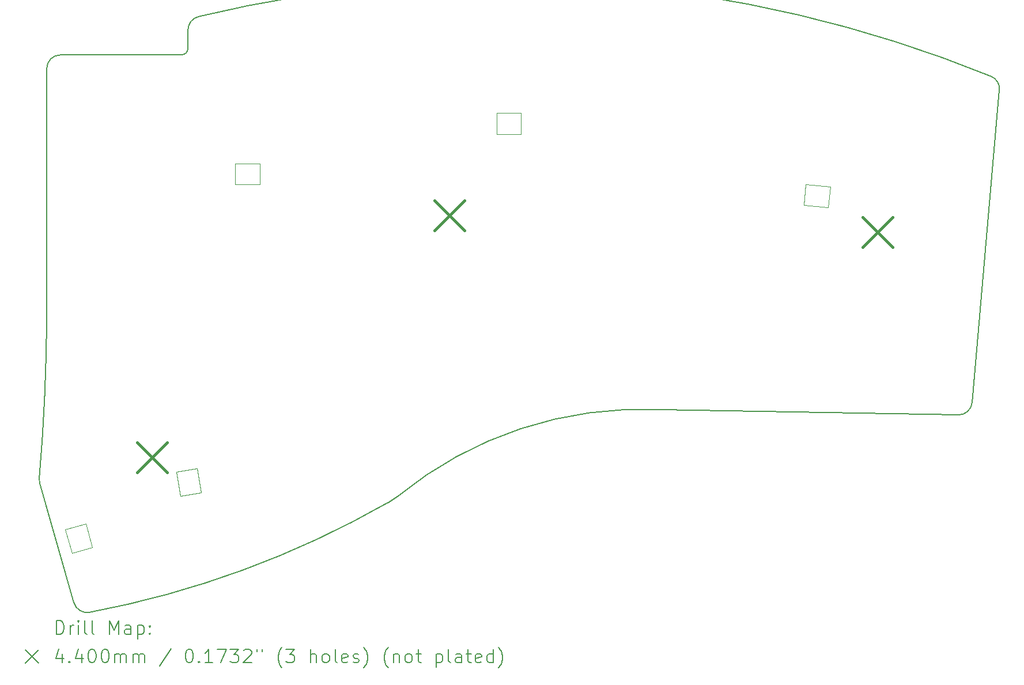
<source format=gbr>
%TF.GenerationSoftware,KiCad,Pcbnew,8.0.4*%
%TF.CreationDate,2024-08-08T10:27:54+04:00*%
%TF.ProjectId,ouleetka,6f756c65-6574-46b6-912e-6b696361645f,0.1*%
%TF.SameCoordinates,Original*%
%TF.FileFunction,Drillmap*%
%TF.FilePolarity,Positive*%
%FSLAX45Y45*%
G04 Gerber Fmt 4.5, Leading zero omitted, Abs format (unit mm)*
G04 Created by KiCad (PCBNEW 8.0.4) date 2024-08-08 10:27:54*
%MOMM*%
%LPD*%
G01*
G04 APERTURE LIST*
%ADD10C,0.150000*%
%ADD11C,0.120000*%
%ADD12C,0.200000*%
%ADD13C,0.440000*%
G04 APERTURE END LIST*
D10*
X12058186Y-12631173D02*
G75*
G02*
X12051331Y-12635268I-105946J169553D01*
G01*
X21047194Y-6567488D02*
X20645572Y-11158043D01*
X7677918Y-14241636D02*
G75*
G02*
X7448798Y-14100190I-36878J196556D01*
G01*
X12051331Y-12635268D02*
G75*
G02*
X7677918Y-14241636I-6963831J12202768D01*
G01*
X7049834Y-9799833D02*
G75*
G02*
X7050000Y-9795921I50026J-167D01*
G01*
X12209981Y-12534417D02*
G75*
G02*
X12189327Y-12549227I-126631J154787D01*
G01*
X9125000Y-5950000D02*
G75*
G02*
X9025000Y-6050000I-100000J0D01*
G01*
X12189327Y-12549227D02*
X12058186Y-12631173D01*
X7049834Y-9799833D02*
G75*
G02*
X6939113Y-12274847I-29949776J99830D01*
G01*
X9125000Y-5681225D02*
G75*
G02*
X9278182Y-5486779I200010J-5D01*
G01*
X20645569Y-11158075D02*
G75*
G02*
X20442840Y-11340620I-199249J17435D01*
G01*
X9278183Y-5486782D02*
G75*
G02*
X20923401Y-6364787I4459317J-18520718D01*
G01*
X20442840Y-11340613D02*
X16064210Y-11264184D01*
X9025000Y-6050000D02*
X7250000Y-6050000D01*
X20923401Y-6364787D02*
G75*
G02*
X21047196Y-6567443I-75441J-185223D01*
G01*
X9125000Y-5950000D02*
X9125000Y-5681257D01*
X6946120Y-12347169D02*
X7448783Y-14100162D01*
X6946110Y-12347133D02*
G75*
G02*
X6939112Y-12274847I192240J55094D01*
G01*
X16064210Y-11264184D02*
G75*
G02*
X16058121Y-11263985I3500J200294D01*
G01*
X7050000Y-9795921D02*
X7050000Y-6250000D01*
X7050000Y-6250000D02*
G75*
G02*
X7250000Y-6050000I200000J0D01*
G01*
X12209981Y-12534417D02*
G75*
G02*
X16058090Y-11263983I3577519J-4373083D01*
G01*
D11*
X7720479Y-13288122D02*
X7422488Y-13373570D01*
X7323259Y-13027515D01*
X7621250Y-12942068D01*
X7720479Y-13288122D01*
X9318356Y-12483038D02*
X9012172Y-12531533D01*
X8955856Y-12175965D01*
X9262039Y-12127470D01*
X9318356Y-12483038D01*
X13657500Y-6902500D02*
X14017500Y-6902500D01*
X14017500Y-7212500D01*
X13657500Y-7212500D01*
X13657500Y-6902500D01*
X18559340Y-7983196D02*
X18532321Y-8292016D01*
X18173691Y-8260640D01*
X18200709Y-7951820D01*
X18559340Y-7983196D01*
X9820000Y-7645000D02*
X10180000Y-7645000D01*
X10180000Y-7955000D01*
X9820000Y-7955000D01*
X9820000Y-7645000D01*
D12*
D13*
X8380000Y-11747500D02*
X8820000Y-12187500D01*
X8820000Y-11747500D02*
X8380000Y-12187500D01*
X12742500Y-8187500D02*
X13182500Y-8627500D01*
X13182500Y-8187500D02*
X12742500Y-8627500D01*
X19037442Y-8431583D02*
X19477442Y-8871583D01*
X19477442Y-8431583D02*
X19037442Y-8871583D01*
D12*
X7191648Y-14564049D02*
X7191648Y-14364049D01*
X7191648Y-14364049D02*
X7239267Y-14364049D01*
X7239267Y-14364049D02*
X7267839Y-14373573D01*
X7267839Y-14373573D02*
X7286886Y-14392621D01*
X7286886Y-14392621D02*
X7296410Y-14411668D01*
X7296410Y-14411668D02*
X7305934Y-14449764D01*
X7305934Y-14449764D02*
X7305934Y-14478335D01*
X7305934Y-14478335D02*
X7296410Y-14516430D01*
X7296410Y-14516430D02*
X7286886Y-14535478D01*
X7286886Y-14535478D02*
X7267839Y-14554526D01*
X7267839Y-14554526D02*
X7239267Y-14564049D01*
X7239267Y-14564049D02*
X7191648Y-14564049D01*
X7391648Y-14564049D02*
X7391648Y-14430716D01*
X7391648Y-14468811D02*
X7401172Y-14449764D01*
X7401172Y-14449764D02*
X7410696Y-14440240D01*
X7410696Y-14440240D02*
X7429743Y-14430716D01*
X7429743Y-14430716D02*
X7448791Y-14430716D01*
X7515458Y-14564049D02*
X7515458Y-14430716D01*
X7515458Y-14364049D02*
X7505934Y-14373573D01*
X7505934Y-14373573D02*
X7515458Y-14383097D01*
X7515458Y-14383097D02*
X7524981Y-14373573D01*
X7524981Y-14373573D02*
X7515458Y-14364049D01*
X7515458Y-14364049D02*
X7515458Y-14383097D01*
X7639267Y-14564049D02*
X7620219Y-14554526D01*
X7620219Y-14554526D02*
X7610696Y-14535478D01*
X7610696Y-14535478D02*
X7610696Y-14364049D01*
X7744029Y-14564049D02*
X7724981Y-14554526D01*
X7724981Y-14554526D02*
X7715458Y-14535478D01*
X7715458Y-14535478D02*
X7715458Y-14364049D01*
X7972600Y-14564049D02*
X7972600Y-14364049D01*
X7972600Y-14364049D02*
X8039267Y-14506906D01*
X8039267Y-14506906D02*
X8105934Y-14364049D01*
X8105934Y-14364049D02*
X8105934Y-14564049D01*
X8286886Y-14564049D02*
X8286886Y-14459287D01*
X8286886Y-14459287D02*
X8277362Y-14440240D01*
X8277362Y-14440240D02*
X8258315Y-14430716D01*
X8258315Y-14430716D02*
X8220219Y-14430716D01*
X8220219Y-14430716D02*
X8201172Y-14440240D01*
X8286886Y-14554526D02*
X8267839Y-14564049D01*
X8267839Y-14564049D02*
X8220219Y-14564049D01*
X8220219Y-14564049D02*
X8201172Y-14554526D01*
X8201172Y-14554526D02*
X8191648Y-14535478D01*
X8191648Y-14535478D02*
X8191648Y-14516430D01*
X8191648Y-14516430D02*
X8201172Y-14497383D01*
X8201172Y-14497383D02*
X8220219Y-14487859D01*
X8220219Y-14487859D02*
X8267839Y-14487859D01*
X8267839Y-14487859D02*
X8286886Y-14478335D01*
X8382124Y-14430716D02*
X8382124Y-14630716D01*
X8382124Y-14440240D02*
X8401172Y-14430716D01*
X8401172Y-14430716D02*
X8439267Y-14430716D01*
X8439267Y-14430716D02*
X8458315Y-14440240D01*
X8458315Y-14440240D02*
X8467839Y-14449764D01*
X8467839Y-14449764D02*
X8477362Y-14468811D01*
X8477362Y-14468811D02*
X8477362Y-14525954D01*
X8477362Y-14525954D02*
X8467839Y-14545002D01*
X8467839Y-14545002D02*
X8458315Y-14554526D01*
X8458315Y-14554526D02*
X8439267Y-14564049D01*
X8439267Y-14564049D02*
X8401172Y-14564049D01*
X8401172Y-14564049D02*
X8382124Y-14554526D01*
X8563077Y-14545002D02*
X8572601Y-14554526D01*
X8572601Y-14554526D02*
X8563077Y-14564049D01*
X8563077Y-14564049D02*
X8553553Y-14554526D01*
X8553553Y-14554526D02*
X8563077Y-14545002D01*
X8563077Y-14545002D02*
X8563077Y-14564049D01*
X8563077Y-14440240D02*
X8572601Y-14449764D01*
X8572601Y-14449764D02*
X8563077Y-14459287D01*
X8563077Y-14459287D02*
X8553553Y-14449764D01*
X8553553Y-14449764D02*
X8563077Y-14440240D01*
X8563077Y-14440240D02*
X8563077Y-14459287D01*
X6730871Y-14792566D02*
X6930871Y-14992566D01*
X6930871Y-14792566D02*
X6730871Y-14992566D01*
X7277362Y-14850716D02*
X7277362Y-14984049D01*
X7229743Y-14774526D02*
X7182124Y-14917383D01*
X7182124Y-14917383D02*
X7305934Y-14917383D01*
X7382124Y-14965002D02*
X7391648Y-14974526D01*
X7391648Y-14974526D02*
X7382124Y-14984049D01*
X7382124Y-14984049D02*
X7372600Y-14974526D01*
X7372600Y-14974526D02*
X7382124Y-14965002D01*
X7382124Y-14965002D02*
X7382124Y-14984049D01*
X7563077Y-14850716D02*
X7563077Y-14984049D01*
X7515458Y-14774526D02*
X7467839Y-14917383D01*
X7467839Y-14917383D02*
X7591648Y-14917383D01*
X7705934Y-14784049D02*
X7724981Y-14784049D01*
X7724981Y-14784049D02*
X7744029Y-14793573D01*
X7744029Y-14793573D02*
X7753553Y-14803097D01*
X7753553Y-14803097D02*
X7763077Y-14822145D01*
X7763077Y-14822145D02*
X7772600Y-14860240D01*
X7772600Y-14860240D02*
X7772600Y-14907859D01*
X7772600Y-14907859D02*
X7763077Y-14945954D01*
X7763077Y-14945954D02*
X7753553Y-14965002D01*
X7753553Y-14965002D02*
X7744029Y-14974526D01*
X7744029Y-14974526D02*
X7724981Y-14984049D01*
X7724981Y-14984049D02*
X7705934Y-14984049D01*
X7705934Y-14984049D02*
X7686886Y-14974526D01*
X7686886Y-14974526D02*
X7677362Y-14965002D01*
X7677362Y-14965002D02*
X7667839Y-14945954D01*
X7667839Y-14945954D02*
X7658315Y-14907859D01*
X7658315Y-14907859D02*
X7658315Y-14860240D01*
X7658315Y-14860240D02*
X7667839Y-14822145D01*
X7667839Y-14822145D02*
X7677362Y-14803097D01*
X7677362Y-14803097D02*
X7686886Y-14793573D01*
X7686886Y-14793573D02*
X7705934Y-14784049D01*
X7896410Y-14784049D02*
X7915458Y-14784049D01*
X7915458Y-14784049D02*
X7934505Y-14793573D01*
X7934505Y-14793573D02*
X7944029Y-14803097D01*
X7944029Y-14803097D02*
X7953553Y-14822145D01*
X7953553Y-14822145D02*
X7963077Y-14860240D01*
X7963077Y-14860240D02*
X7963077Y-14907859D01*
X7963077Y-14907859D02*
X7953553Y-14945954D01*
X7953553Y-14945954D02*
X7944029Y-14965002D01*
X7944029Y-14965002D02*
X7934505Y-14974526D01*
X7934505Y-14974526D02*
X7915458Y-14984049D01*
X7915458Y-14984049D02*
X7896410Y-14984049D01*
X7896410Y-14984049D02*
X7877362Y-14974526D01*
X7877362Y-14974526D02*
X7867839Y-14965002D01*
X7867839Y-14965002D02*
X7858315Y-14945954D01*
X7858315Y-14945954D02*
X7848791Y-14907859D01*
X7848791Y-14907859D02*
X7848791Y-14860240D01*
X7848791Y-14860240D02*
X7858315Y-14822145D01*
X7858315Y-14822145D02*
X7867839Y-14803097D01*
X7867839Y-14803097D02*
X7877362Y-14793573D01*
X7877362Y-14793573D02*
X7896410Y-14784049D01*
X8048791Y-14984049D02*
X8048791Y-14850716D01*
X8048791Y-14869764D02*
X8058315Y-14860240D01*
X8058315Y-14860240D02*
X8077362Y-14850716D01*
X8077362Y-14850716D02*
X8105934Y-14850716D01*
X8105934Y-14850716D02*
X8124981Y-14860240D01*
X8124981Y-14860240D02*
X8134505Y-14879287D01*
X8134505Y-14879287D02*
X8134505Y-14984049D01*
X8134505Y-14879287D02*
X8144029Y-14860240D01*
X8144029Y-14860240D02*
X8163077Y-14850716D01*
X8163077Y-14850716D02*
X8191648Y-14850716D01*
X8191648Y-14850716D02*
X8210696Y-14860240D01*
X8210696Y-14860240D02*
X8220220Y-14879287D01*
X8220220Y-14879287D02*
X8220220Y-14984049D01*
X8315458Y-14984049D02*
X8315458Y-14850716D01*
X8315458Y-14869764D02*
X8324981Y-14860240D01*
X8324981Y-14860240D02*
X8344029Y-14850716D01*
X8344029Y-14850716D02*
X8372601Y-14850716D01*
X8372601Y-14850716D02*
X8391648Y-14860240D01*
X8391648Y-14860240D02*
X8401172Y-14879287D01*
X8401172Y-14879287D02*
X8401172Y-14984049D01*
X8401172Y-14879287D02*
X8410696Y-14860240D01*
X8410696Y-14860240D02*
X8429743Y-14850716D01*
X8429743Y-14850716D02*
X8458315Y-14850716D01*
X8458315Y-14850716D02*
X8477363Y-14860240D01*
X8477363Y-14860240D02*
X8486886Y-14879287D01*
X8486886Y-14879287D02*
X8486886Y-14984049D01*
X8877363Y-14774526D02*
X8705934Y-15031668D01*
X9134505Y-14784049D02*
X9153553Y-14784049D01*
X9153553Y-14784049D02*
X9172601Y-14793573D01*
X9172601Y-14793573D02*
X9182125Y-14803097D01*
X9182125Y-14803097D02*
X9191648Y-14822145D01*
X9191648Y-14822145D02*
X9201172Y-14860240D01*
X9201172Y-14860240D02*
X9201172Y-14907859D01*
X9201172Y-14907859D02*
X9191648Y-14945954D01*
X9191648Y-14945954D02*
X9182125Y-14965002D01*
X9182125Y-14965002D02*
X9172601Y-14974526D01*
X9172601Y-14974526D02*
X9153553Y-14984049D01*
X9153553Y-14984049D02*
X9134505Y-14984049D01*
X9134505Y-14984049D02*
X9115458Y-14974526D01*
X9115458Y-14974526D02*
X9105934Y-14965002D01*
X9105934Y-14965002D02*
X9096410Y-14945954D01*
X9096410Y-14945954D02*
X9086886Y-14907859D01*
X9086886Y-14907859D02*
X9086886Y-14860240D01*
X9086886Y-14860240D02*
X9096410Y-14822145D01*
X9096410Y-14822145D02*
X9105934Y-14803097D01*
X9105934Y-14803097D02*
X9115458Y-14793573D01*
X9115458Y-14793573D02*
X9134505Y-14784049D01*
X9286886Y-14965002D02*
X9296410Y-14974526D01*
X9296410Y-14974526D02*
X9286886Y-14984049D01*
X9286886Y-14984049D02*
X9277363Y-14974526D01*
X9277363Y-14974526D02*
X9286886Y-14965002D01*
X9286886Y-14965002D02*
X9286886Y-14984049D01*
X9486886Y-14984049D02*
X9372601Y-14984049D01*
X9429744Y-14984049D02*
X9429744Y-14784049D01*
X9429744Y-14784049D02*
X9410696Y-14812621D01*
X9410696Y-14812621D02*
X9391648Y-14831668D01*
X9391648Y-14831668D02*
X9372601Y-14841192D01*
X9553553Y-14784049D02*
X9686886Y-14784049D01*
X9686886Y-14784049D02*
X9601172Y-14984049D01*
X9744029Y-14784049D02*
X9867839Y-14784049D01*
X9867839Y-14784049D02*
X9801172Y-14860240D01*
X9801172Y-14860240D02*
X9829744Y-14860240D01*
X9829744Y-14860240D02*
X9848791Y-14869764D01*
X9848791Y-14869764D02*
X9858315Y-14879287D01*
X9858315Y-14879287D02*
X9867839Y-14898335D01*
X9867839Y-14898335D02*
X9867839Y-14945954D01*
X9867839Y-14945954D02*
X9858315Y-14965002D01*
X9858315Y-14965002D02*
X9848791Y-14974526D01*
X9848791Y-14974526D02*
X9829744Y-14984049D01*
X9829744Y-14984049D02*
X9772601Y-14984049D01*
X9772601Y-14984049D02*
X9753553Y-14974526D01*
X9753553Y-14974526D02*
X9744029Y-14965002D01*
X9944029Y-14803097D02*
X9953553Y-14793573D01*
X9953553Y-14793573D02*
X9972601Y-14784049D01*
X9972601Y-14784049D02*
X10020220Y-14784049D01*
X10020220Y-14784049D02*
X10039267Y-14793573D01*
X10039267Y-14793573D02*
X10048791Y-14803097D01*
X10048791Y-14803097D02*
X10058315Y-14822145D01*
X10058315Y-14822145D02*
X10058315Y-14841192D01*
X10058315Y-14841192D02*
X10048791Y-14869764D01*
X10048791Y-14869764D02*
X9934506Y-14984049D01*
X9934506Y-14984049D02*
X10058315Y-14984049D01*
X10134506Y-14784049D02*
X10134506Y-14822145D01*
X10210696Y-14784049D02*
X10210696Y-14822145D01*
X10505934Y-15060240D02*
X10496410Y-15050716D01*
X10496410Y-15050716D02*
X10477363Y-15022145D01*
X10477363Y-15022145D02*
X10467839Y-15003097D01*
X10467839Y-15003097D02*
X10458315Y-14974526D01*
X10458315Y-14974526D02*
X10448791Y-14926906D01*
X10448791Y-14926906D02*
X10448791Y-14888811D01*
X10448791Y-14888811D02*
X10458315Y-14841192D01*
X10458315Y-14841192D02*
X10467839Y-14812621D01*
X10467839Y-14812621D02*
X10477363Y-14793573D01*
X10477363Y-14793573D02*
X10496410Y-14765002D01*
X10496410Y-14765002D02*
X10505934Y-14755478D01*
X10563077Y-14784049D02*
X10686887Y-14784049D01*
X10686887Y-14784049D02*
X10620220Y-14860240D01*
X10620220Y-14860240D02*
X10648791Y-14860240D01*
X10648791Y-14860240D02*
X10667839Y-14869764D01*
X10667839Y-14869764D02*
X10677363Y-14879287D01*
X10677363Y-14879287D02*
X10686887Y-14898335D01*
X10686887Y-14898335D02*
X10686887Y-14945954D01*
X10686887Y-14945954D02*
X10677363Y-14965002D01*
X10677363Y-14965002D02*
X10667839Y-14974526D01*
X10667839Y-14974526D02*
X10648791Y-14984049D01*
X10648791Y-14984049D02*
X10591648Y-14984049D01*
X10591648Y-14984049D02*
X10572601Y-14974526D01*
X10572601Y-14974526D02*
X10563077Y-14965002D01*
X10924982Y-14984049D02*
X10924982Y-14784049D01*
X11010696Y-14984049D02*
X11010696Y-14879287D01*
X11010696Y-14879287D02*
X11001172Y-14860240D01*
X11001172Y-14860240D02*
X10982125Y-14850716D01*
X10982125Y-14850716D02*
X10953553Y-14850716D01*
X10953553Y-14850716D02*
X10934506Y-14860240D01*
X10934506Y-14860240D02*
X10924982Y-14869764D01*
X11134506Y-14984049D02*
X11115458Y-14974526D01*
X11115458Y-14974526D02*
X11105934Y-14965002D01*
X11105934Y-14965002D02*
X11096410Y-14945954D01*
X11096410Y-14945954D02*
X11096410Y-14888811D01*
X11096410Y-14888811D02*
X11105934Y-14869764D01*
X11105934Y-14869764D02*
X11115458Y-14860240D01*
X11115458Y-14860240D02*
X11134506Y-14850716D01*
X11134506Y-14850716D02*
X11163077Y-14850716D01*
X11163077Y-14850716D02*
X11182125Y-14860240D01*
X11182125Y-14860240D02*
X11191648Y-14869764D01*
X11191648Y-14869764D02*
X11201172Y-14888811D01*
X11201172Y-14888811D02*
X11201172Y-14945954D01*
X11201172Y-14945954D02*
X11191648Y-14965002D01*
X11191648Y-14965002D02*
X11182125Y-14974526D01*
X11182125Y-14974526D02*
X11163077Y-14984049D01*
X11163077Y-14984049D02*
X11134506Y-14984049D01*
X11315458Y-14984049D02*
X11296410Y-14974526D01*
X11296410Y-14974526D02*
X11286887Y-14955478D01*
X11286887Y-14955478D02*
X11286887Y-14784049D01*
X11467839Y-14974526D02*
X11448791Y-14984049D01*
X11448791Y-14984049D02*
X11410696Y-14984049D01*
X11410696Y-14984049D02*
X11391648Y-14974526D01*
X11391648Y-14974526D02*
X11382125Y-14955478D01*
X11382125Y-14955478D02*
X11382125Y-14879287D01*
X11382125Y-14879287D02*
X11391648Y-14860240D01*
X11391648Y-14860240D02*
X11410696Y-14850716D01*
X11410696Y-14850716D02*
X11448791Y-14850716D01*
X11448791Y-14850716D02*
X11467839Y-14860240D01*
X11467839Y-14860240D02*
X11477363Y-14879287D01*
X11477363Y-14879287D02*
X11477363Y-14898335D01*
X11477363Y-14898335D02*
X11382125Y-14917383D01*
X11553553Y-14974526D02*
X11572601Y-14984049D01*
X11572601Y-14984049D02*
X11610696Y-14984049D01*
X11610696Y-14984049D02*
X11629744Y-14974526D01*
X11629744Y-14974526D02*
X11639268Y-14955478D01*
X11639268Y-14955478D02*
X11639268Y-14945954D01*
X11639268Y-14945954D02*
X11629744Y-14926906D01*
X11629744Y-14926906D02*
X11610696Y-14917383D01*
X11610696Y-14917383D02*
X11582125Y-14917383D01*
X11582125Y-14917383D02*
X11563077Y-14907859D01*
X11563077Y-14907859D02*
X11553553Y-14888811D01*
X11553553Y-14888811D02*
X11553553Y-14879287D01*
X11553553Y-14879287D02*
X11563077Y-14860240D01*
X11563077Y-14860240D02*
X11582125Y-14850716D01*
X11582125Y-14850716D02*
X11610696Y-14850716D01*
X11610696Y-14850716D02*
X11629744Y-14860240D01*
X11705934Y-15060240D02*
X11715458Y-15050716D01*
X11715458Y-15050716D02*
X11734506Y-15022145D01*
X11734506Y-15022145D02*
X11744029Y-15003097D01*
X11744029Y-15003097D02*
X11753553Y-14974526D01*
X11753553Y-14974526D02*
X11763077Y-14926906D01*
X11763077Y-14926906D02*
X11763077Y-14888811D01*
X11763077Y-14888811D02*
X11753553Y-14841192D01*
X11753553Y-14841192D02*
X11744029Y-14812621D01*
X11744029Y-14812621D02*
X11734506Y-14793573D01*
X11734506Y-14793573D02*
X11715458Y-14765002D01*
X11715458Y-14765002D02*
X11705934Y-14755478D01*
X12067839Y-15060240D02*
X12058315Y-15050716D01*
X12058315Y-15050716D02*
X12039268Y-15022145D01*
X12039268Y-15022145D02*
X12029744Y-15003097D01*
X12029744Y-15003097D02*
X12020220Y-14974526D01*
X12020220Y-14974526D02*
X12010696Y-14926906D01*
X12010696Y-14926906D02*
X12010696Y-14888811D01*
X12010696Y-14888811D02*
X12020220Y-14841192D01*
X12020220Y-14841192D02*
X12029744Y-14812621D01*
X12029744Y-14812621D02*
X12039268Y-14793573D01*
X12039268Y-14793573D02*
X12058315Y-14765002D01*
X12058315Y-14765002D02*
X12067839Y-14755478D01*
X12144029Y-14850716D02*
X12144029Y-14984049D01*
X12144029Y-14869764D02*
X12153553Y-14860240D01*
X12153553Y-14860240D02*
X12172601Y-14850716D01*
X12172601Y-14850716D02*
X12201172Y-14850716D01*
X12201172Y-14850716D02*
X12220220Y-14860240D01*
X12220220Y-14860240D02*
X12229744Y-14879287D01*
X12229744Y-14879287D02*
X12229744Y-14984049D01*
X12353553Y-14984049D02*
X12334506Y-14974526D01*
X12334506Y-14974526D02*
X12324982Y-14965002D01*
X12324982Y-14965002D02*
X12315458Y-14945954D01*
X12315458Y-14945954D02*
X12315458Y-14888811D01*
X12315458Y-14888811D02*
X12324982Y-14869764D01*
X12324982Y-14869764D02*
X12334506Y-14860240D01*
X12334506Y-14860240D02*
X12353553Y-14850716D01*
X12353553Y-14850716D02*
X12382125Y-14850716D01*
X12382125Y-14850716D02*
X12401172Y-14860240D01*
X12401172Y-14860240D02*
X12410696Y-14869764D01*
X12410696Y-14869764D02*
X12420220Y-14888811D01*
X12420220Y-14888811D02*
X12420220Y-14945954D01*
X12420220Y-14945954D02*
X12410696Y-14965002D01*
X12410696Y-14965002D02*
X12401172Y-14974526D01*
X12401172Y-14974526D02*
X12382125Y-14984049D01*
X12382125Y-14984049D02*
X12353553Y-14984049D01*
X12477363Y-14850716D02*
X12553553Y-14850716D01*
X12505934Y-14784049D02*
X12505934Y-14955478D01*
X12505934Y-14955478D02*
X12515458Y-14974526D01*
X12515458Y-14974526D02*
X12534506Y-14984049D01*
X12534506Y-14984049D02*
X12553553Y-14984049D01*
X12772601Y-14850716D02*
X12772601Y-15050716D01*
X12772601Y-14860240D02*
X12791649Y-14850716D01*
X12791649Y-14850716D02*
X12829744Y-14850716D01*
X12829744Y-14850716D02*
X12848791Y-14860240D01*
X12848791Y-14860240D02*
X12858315Y-14869764D01*
X12858315Y-14869764D02*
X12867839Y-14888811D01*
X12867839Y-14888811D02*
X12867839Y-14945954D01*
X12867839Y-14945954D02*
X12858315Y-14965002D01*
X12858315Y-14965002D02*
X12848791Y-14974526D01*
X12848791Y-14974526D02*
X12829744Y-14984049D01*
X12829744Y-14984049D02*
X12791649Y-14984049D01*
X12791649Y-14984049D02*
X12772601Y-14974526D01*
X12982125Y-14984049D02*
X12963077Y-14974526D01*
X12963077Y-14974526D02*
X12953553Y-14955478D01*
X12953553Y-14955478D02*
X12953553Y-14784049D01*
X13144030Y-14984049D02*
X13144030Y-14879287D01*
X13144030Y-14879287D02*
X13134506Y-14860240D01*
X13134506Y-14860240D02*
X13115458Y-14850716D01*
X13115458Y-14850716D02*
X13077363Y-14850716D01*
X13077363Y-14850716D02*
X13058315Y-14860240D01*
X13144030Y-14974526D02*
X13124982Y-14984049D01*
X13124982Y-14984049D02*
X13077363Y-14984049D01*
X13077363Y-14984049D02*
X13058315Y-14974526D01*
X13058315Y-14974526D02*
X13048791Y-14955478D01*
X13048791Y-14955478D02*
X13048791Y-14936430D01*
X13048791Y-14936430D02*
X13058315Y-14917383D01*
X13058315Y-14917383D02*
X13077363Y-14907859D01*
X13077363Y-14907859D02*
X13124982Y-14907859D01*
X13124982Y-14907859D02*
X13144030Y-14898335D01*
X13210696Y-14850716D02*
X13286887Y-14850716D01*
X13239268Y-14784049D02*
X13239268Y-14955478D01*
X13239268Y-14955478D02*
X13248791Y-14974526D01*
X13248791Y-14974526D02*
X13267839Y-14984049D01*
X13267839Y-14984049D02*
X13286887Y-14984049D01*
X13429744Y-14974526D02*
X13410696Y-14984049D01*
X13410696Y-14984049D02*
X13372601Y-14984049D01*
X13372601Y-14984049D02*
X13353553Y-14974526D01*
X13353553Y-14974526D02*
X13344030Y-14955478D01*
X13344030Y-14955478D02*
X13344030Y-14879287D01*
X13344030Y-14879287D02*
X13353553Y-14860240D01*
X13353553Y-14860240D02*
X13372601Y-14850716D01*
X13372601Y-14850716D02*
X13410696Y-14850716D01*
X13410696Y-14850716D02*
X13429744Y-14860240D01*
X13429744Y-14860240D02*
X13439268Y-14879287D01*
X13439268Y-14879287D02*
X13439268Y-14898335D01*
X13439268Y-14898335D02*
X13344030Y-14917383D01*
X13610696Y-14984049D02*
X13610696Y-14784049D01*
X13610696Y-14974526D02*
X13591649Y-14984049D01*
X13591649Y-14984049D02*
X13553553Y-14984049D01*
X13553553Y-14984049D02*
X13534506Y-14974526D01*
X13534506Y-14974526D02*
X13524982Y-14965002D01*
X13524982Y-14965002D02*
X13515458Y-14945954D01*
X13515458Y-14945954D02*
X13515458Y-14888811D01*
X13515458Y-14888811D02*
X13524982Y-14869764D01*
X13524982Y-14869764D02*
X13534506Y-14860240D01*
X13534506Y-14860240D02*
X13553553Y-14850716D01*
X13553553Y-14850716D02*
X13591649Y-14850716D01*
X13591649Y-14850716D02*
X13610696Y-14860240D01*
X13686887Y-15060240D02*
X13696411Y-15050716D01*
X13696411Y-15050716D02*
X13715458Y-15022145D01*
X13715458Y-15022145D02*
X13724982Y-15003097D01*
X13724982Y-15003097D02*
X13734506Y-14974526D01*
X13734506Y-14974526D02*
X13744030Y-14926906D01*
X13744030Y-14926906D02*
X13744030Y-14888811D01*
X13744030Y-14888811D02*
X13734506Y-14841192D01*
X13734506Y-14841192D02*
X13724982Y-14812621D01*
X13724982Y-14812621D02*
X13715458Y-14793573D01*
X13715458Y-14793573D02*
X13696411Y-14765002D01*
X13696411Y-14765002D02*
X13686887Y-14755478D01*
M02*

</source>
